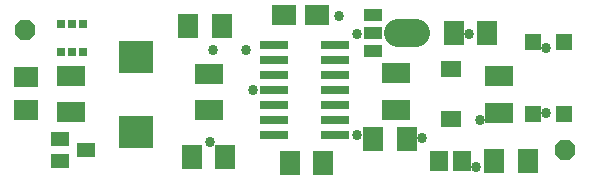
<source format=gbr>
G04 EAGLE Gerber RS-274X export*
G75*
%MOMM*%
%FSLAX34Y34*%
%LPD*%
%INSoldermask Top*%
%IPPOS*%
%AMOC8*
5,1,8,0,0,1.08239X$1,22.5*%
G01*
%ADD10R,1.403200X1.403200*%
%ADD11R,1.503200X1.703200*%
%ADD12R,1.803200X2.003200*%
%ADD13R,2.153200X1.703200*%
%ADD14R,2.903200X2.753200*%
%ADD15R,1.673200X1.473200*%
%ADD16C,2.403200*%
%ADD17R,1.575000X1.050000*%
%ADD18R,2.403200X0.803200*%
%ADD19P,1.869504X8X22.500000*%
%ADD20R,2.403200X1.703200*%
%ADD21R,1.603200X1.203200*%
%ADD22R,1.803200X2.006200*%
%ADD23R,2.006200X1.803200*%
%ADD24R,0.803200X0.803200*%
%ADD25C,0.858000*%


D10*
X455100Y116400D03*
X481100Y116400D03*
X481100Y55400D03*
X455100Y55400D03*
D11*
X375700Y15300D03*
X394700Y15300D03*
D12*
X388000Y124100D03*
X416000Y124100D03*
X249500Y14100D03*
X277500Y14100D03*
D13*
X244550Y139700D03*
X272050Y139700D03*
D14*
X119200Y104150D03*
X119200Y40650D03*
D15*
X385400Y50900D03*
X385400Y93900D03*
D16*
X356290Y124140D02*
X341290Y124140D01*
D17*
X319515Y139140D03*
X319515Y109140D03*
X319515Y124140D03*
D18*
X287700Y50800D03*
X235700Y50800D03*
X287700Y38100D03*
X287700Y63500D03*
X287700Y76200D03*
X235700Y38100D03*
X235700Y63500D03*
X235700Y76200D03*
X287700Y101600D03*
X235700Y101600D03*
X287700Y88900D03*
X287700Y114300D03*
X235700Y88900D03*
X235700Y114300D03*
D19*
X482600Y25400D03*
X25400Y127000D03*
D20*
X426100Y87700D03*
X426100Y56700D03*
X338900Y58800D03*
X338900Y89800D03*
X181100Y89700D03*
X181100Y58700D03*
X63900Y56800D03*
X63900Y87800D03*
D21*
X76500Y25200D03*
X54500Y15700D03*
X54500Y34700D03*
D22*
X194720Y19100D03*
X166280Y19100D03*
X319780Y34700D03*
X348220Y34700D03*
D23*
X25900Y86920D03*
X25900Y58480D03*
D22*
X163180Y129700D03*
X191620Y129700D03*
X451020Y15300D03*
X422580Y15300D03*
D24*
X74500Y132000D03*
X65000Y132000D03*
X55500Y132000D03*
X55500Y108000D03*
X65000Y108000D03*
X74500Y108000D03*
D25*
X466344Y56388D03*
X409956Y50292D03*
X211836Y109728D03*
X291084Y138684D03*
X306324Y123444D03*
X400812Y123444D03*
X466344Y111252D03*
X181356Y32004D03*
X306324Y38100D03*
X361188Y35052D03*
X184404Y109728D03*
X217932Y76200D03*
X406908Y10668D03*
M02*

</source>
